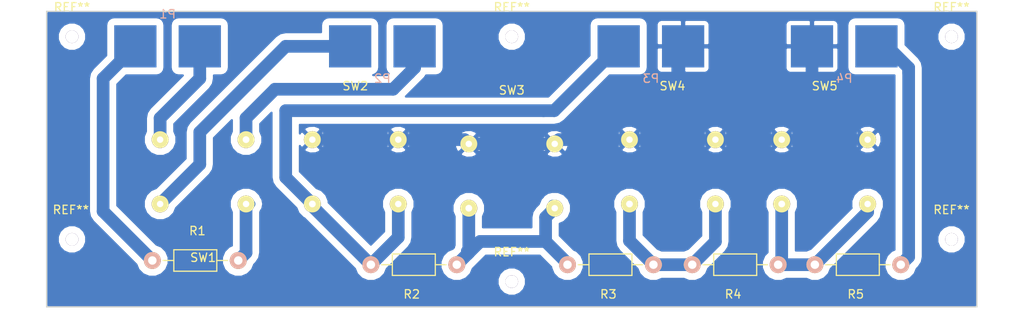
<source format=kicad_pcb>
(kicad_pcb (version 4) (host pcbnew 4.0.1-stable)

  (general
    (links 27)
    (no_connects 0)
    (area 93.736917 97.77488 216.331203 137.17418)
    (thickness 1.6)
    (drawings 4)
    (tracks 70)
    (zones 0)
    (modules 20)
    (nets 12)
  )

  (page A4)
  (title_block
    (title "Buttons board")
    (date 2016-03-18)
    (rev 1.0)
    (company "Manuel Bouyer")
  )

  (layers
    (0 F.Cu signal)
    (31 B.Cu signal)
    (32 B.Adhes user)
    (33 F.Adhes user)
    (34 B.Paste user)
    (35 F.Paste user)
    (36 B.SilkS user)
    (37 F.SilkS user)
    (38 B.Mask user)
    (39 F.Mask user)
    (40 Dwgs.User user)
    (41 Cmts.User user)
    (42 Eco1.User user)
    (43 Eco2.User user)
    (44 Edge.Cuts user)
    (45 Margin user)
    (46 B.CrtYd user)
    (47 F.CrtYd user)
    (48 B.Fab user)
    (49 F.Fab user)
  )

  (setup
    (last_trace_width 1.5)
    (trace_clearance 0.8)
    (zone_clearance 0)
    (zone_45_only no)
    (trace_min 0.2)
    (segment_width 0.2)
    (edge_width 0.15)
    (via_size 2)
    (via_drill 0.8)
    (via_min_size 0.4)
    (via_min_drill 0.3)
    (uvia_size 0.3)
    (uvia_drill 0.1)
    (uvias_allowed no)
    (uvia_min_size 0.2)
    (uvia_min_drill 0.1)
    (pcb_text_width 0.3)
    (pcb_text_size 1.5 1.5)
    (mod_edge_width 0.15)
    (mod_text_size 1 1)
    (mod_text_width 0.15)
    (pad_size 1.5 1.5)
    (pad_drill 1.5)
    (pad_to_mask_clearance 0.2)
    (aux_axis_origin 0 0)
    (visible_elements 7FFFFFFF)
    (pcbplotparams
      (layerselection 0x00030_80000001)
      (usegerberextensions false)
      (excludeedgelayer true)
      (linewidth 0.100000)
      (plotframeref false)
      (viasonmask false)
      (mode 1)
      (useauxorigin false)
      (hpglpennumber 1)
      (hpglpenspeed 20)
      (hpglpendiameter 15)
      (hpglpenoverlay 2)
      (psnegative false)
      (psa4output false)
      (plotreference true)
      (plotvalue true)
      (plotinvisibletext false)
      (padsonsilk false)
      (subtractmaskfromsilk false)
      (outputformat 1)
      (mirror false)
      (drillshape 1)
      (scaleselection 1)
      (outputdirectory ""))
  )

  (net 0 "")
  (net 1 "Net-(P1-Pad1)")
  (net 2 "Net-(P1-Pad2)")
  (net 3 "Net-(P2-Pad1)")
  (net 4 "Net-(P2-Pad2)")
  (net 5 "Net-(P3-Pad2)")
  (net 6 "Net-(P4-Pad1)")
  (net 7 "Net-(R1-Pad2)")
  (net 8 "Net-(R2-Pad1)")
  (net 9 "Net-(R3-Pad1)")
  (net 10 "Net-(R4-Pad1)")
  (net 11 GND)

  (net_class Default "This is the default net class."
    (clearance 0.8)
    (trace_width 1.5)
    (via_dia 2)
    (via_drill 0.8)
    (uvia_dia 0.3)
    (uvia_drill 0.1)
    (add_net GND)
    (add_net "Net-(P1-Pad1)")
    (add_net "Net-(P1-Pad2)")
    (add_net "Net-(P2-Pad1)")
    (add_net "Net-(P2-Pad2)")
    (add_net "Net-(P3-Pad2)")
    (add_net "Net-(P4-Pad1)")
    (add_net "Net-(R1-Pad2)")
    (add_net "Net-(R2-Pad1)")
    (add_net "Net-(R3-Pad1)")
    (add_net "Net-(R4-Pad1)")
  )

  (module local:5G-1US (layer F.Cu) (tedit 56D56F60) (tstamp 56D57347)
    (at 155 119.5 180)
    (path /56DDA3F4)
    (fp_text reference SW3 (at 0 10.16 180) (layer F.SilkS)
      (effects (font (size 1 1) (thickness 0.15)))
    )
    (fp_text value 5G (at 0 -10.16 180) (layer F.Fab)
      (effects (font (size 1 1) (thickness 0.15)))
    )
    (fp_line (start -5.08 3.81) (end -2.54 3.81) (layer F.CrtYd) (width 0.15))
    (fp_line (start -2.54 3.81) (end -2.54 1.27) (layer F.CrtYd) (width 0.15))
    (fp_line (start -2.54 1.27) (end 1.27 2.54) (layer F.CrtYd) (width 0.15))
    (fp_line (start 5.08 -3.81) (end 5.08 1.27) (layer F.CrtYd) (width 0.15))
    (fp_line (start 5.08 1.27) (end 1.27 1.27) (layer F.CrtYd) (width 0.15))
    (fp_line (start 1.27 -1.27) (end 2.54 -1.27) (layer F.CrtYd) (width 0.15))
    (fp_line (start 2.54 -1.27) (end 2.54 3.81) (layer F.CrtYd) (width 0.15))
    (fp_line (start 2.54 3.81) (end 5.08 3.81) (layer F.CrtYd) (width 0.15))
    (fp_line (start 0 -1.27) (end 1.27 0) (layer F.CrtYd) (width 0.15))
    (fp_line (start 0 -1.27) (end 1.27 -2.54) (layer F.CrtYd) (width 0.15))
    (fp_line (start 1.27 -2.54) (end 1.27 0) (layer F.CrtYd) (width 0.15))
    (fp_line (start 0 0) (end 0 -1.27) (layer F.CrtYd) (width 0.15))
    (fp_line (start -5.08 -3.81) (end -1.27 -3.81) (layer F.CrtYd) (width 0.15))
    (fp_line (start -1.27 -3.81) (end -1.27 -1.27) (layer F.CrtYd) (width 0.15))
    (fp_line (start -1.27 -1.27) (end 0 -1.27) (layer F.CrtYd) (width 0.15))
    (fp_line (start 0 -1.27) (end 0 -2.54) (layer F.CrtYd) (width 0.15))
    (fp_circle (center 0 0) (end 6 0) (layer Dwgs.User) (width 0.15))
    (fp_line (start 5.08 -5.08) (end -5.08 -5.08) (layer Dwgs.User) (width 0.15))
    (fp_line (start -5.08 -5.08) (end -5.08 5.08) (layer Dwgs.User) (width 0.15))
    (fp_line (start -5.08 5.08) (end 5.08 5.08) (layer Dwgs.User) (width 0.15))
    (fp_line (start 5.08 5.08) (end 5.08 -5.08) (layer Dwgs.User) (width 0.15))
    (fp_circle (center 0 0) (end 8.75 0) (layer Dwgs.User) (width 0.15))
    (fp_circle (center 0 0) (end 5.3 0) (layer Dwgs.User) (width 0.15))
    (pad 1 thru_hole circle (at 5.08 -3.81 180) (size 2 2) (drill 0.8) (layers *.Cu *.Mask F.SilkS)
      (net 8 "Net-(R2-Pad1)"))
    (pad 2 thru_hole circle (at -5.08 -3.81 180) (size 2 2) (drill 0.762) (layers *.Cu *.Mask F.SilkS)
      (net 8 "Net-(R2-Pad1)"))
    (pad 3 thru_hole circle (at 5.08 3.81 180) (size 2 2) (drill 0.762) (layers *.Cu *.Mask F.SilkS)
      (net 11 GND))
    (pad 4 thru_hole circle (at -5.08 3.81 180) (size 2 2) (drill 0.762) (layers *.Cu *.Mask F.SilkS)
      (net 11 GND))
  )

  (module Resistors_ThroughHole:Resistor_Horizontal_RM10mm (layer F.Cu) (tedit 56648415) (tstamp 56D572AA)
    (at 112.5 129.5)
    (descr "Resistor, Axial,  RM 10mm, 1/3W")
    (tags "Resistor Axial RM 10mm 1/3W")
    (path /56DDA3FA)
    (fp_text reference R1 (at 5.32892 -3.50012) (layer F.SilkS)
      (effects (font (size 1 1) (thickness 0.15)))
    )
    (fp_text value 330 (at 5.08 3.81) (layer F.Fab)
      (effects (font (size 1 1) (thickness 0.15)))
    )
    (fp_line (start -1.25 -1.5) (end 11.4 -1.5) (layer F.CrtYd) (width 0.05))
    (fp_line (start -1.25 1.5) (end -1.25 -1.5) (layer F.CrtYd) (width 0.05))
    (fp_line (start 11.4 -1.5) (end 11.4 1.5) (layer F.CrtYd) (width 0.05))
    (fp_line (start -1.25 1.5) (end 11.4 1.5) (layer F.CrtYd) (width 0.05))
    (fp_line (start 2.54 -1.27) (end 7.62 -1.27) (layer F.SilkS) (width 0.15))
    (fp_line (start 7.62 -1.27) (end 7.62 1.27) (layer F.SilkS) (width 0.15))
    (fp_line (start 7.62 1.27) (end 2.54 1.27) (layer F.SilkS) (width 0.15))
    (fp_line (start 2.54 1.27) (end 2.54 -1.27) (layer F.SilkS) (width 0.15))
    (fp_line (start 2.54 0) (end 1.27 0) (layer F.SilkS) (width 0.15))
    (fp_line (start 7.62 0) (end 8.89 0) (layer F.SilkS) (width 0.15))
    (pad 1 thru_hole circle (at 0 0) (size 1.99898 1.99898) (drill 1.00076) (layers *.Cu *.SilkS *.Mask)
      (net 1 "Net-(P1-Pad1)"))
    (pad 2 thru_hole circle (at 10.16 0) (size 1.99898 1.99898) (drill 1.00076) (layers *.Cu *.SilkS *.Mask)
      (net 7 "Net-(R1-Pad2)"))
    (model Resistors_ThroughHole.3dshapes/Resistor_Horizontal_RM10mm.wrl
      (at (xyz 0.2 0 0))
      (scale (xyz 0.4 0.4 0.4))
      (rotate (xyz 0 0 0))
    )
  )

  (module Resistors_ThroughHole:Resistor_Horizontal_RM10mm (layer F.Cu) (tedit 56648415) (tstamp 56D572BA)
    (at 148.5 130 180)
    (descr "Resistor, Axial,  RM 10mm, 1/3W")
    (tags "Resistor Axial RM 10mm 1/3W")
    (path /56DDA3FE)
    (fp_text reference R2 (at 5.32892 -3.50012 180) (layer F.SilkS)
      (effects (font (size 1 1) (thickness 0.15)))
    )
    (fp_text value 11K (at 5.08 3.81 180) (layer F.Fab)
      (effects (font (size 1 1) (thickness 0.15)))
    )
    (fp_line (start -1.25 -1.5) (end 11.4 -1.5) (layer F.CrtYd) (width 0.05))
    (fp_line (start -1.25 1.5) (end -1.25 -1.5) (layer F.CrtYd) (width 0.05))
    (fp_line (start 11.4 -1.5) (end 11.4 1.5) (layer F.CrtYd) (width 0.05))
    (fp_line (start -1.25 1.5) (end 11.4 1.5) (layer F.CrtYd) (width 0.05))
    (fp_line (start 2.54 -1.27) (end 7.62 -1.27) (layer F.SilkS) (width 0.15))
    (fp_line (start 7.62 -1.27) (end 7.62 1.27) (layer F.SilkS) (width 0.15))
    (fp_line (start 7.62 1.27) (end 2.54 1.27) (layer F.SilkS) (width 0.15))
    (fp_line (start 2.54 1.27) (end 2.54 -1.27) (layer F.SilkS) (width 0.15))
    (fp_line (start 2.54 0) (end 1.27 0) (layer F.SilkS) (width 0.15))
    (fp_line (start 7.62 0) (end 8.89 0) (layer F.SilkS) (width 0.15))
    (pad 1 thru_hole circle (at 0 0 180) (size 1.99898 1.99898) (drill 1.00076) (layers *.Cu *.SilkS *.Mask)
      (net 8 "Net-(R2-Pad1)"))
    (pad 2 thru_hole circle (at 10.16 0 180) (size 1.99898 1.99898) (drill 1.00076) (layers *.Cu *.SilkS *.Mask)
      (net 5 "Net-(P3-Pad2)"))
    (model Resistors_ThroughHole.3dshapes/Resistor_Horizontal_RM10mm.wrl
      (at (xyz 0.2 0 0))
      (scale (xyz 0.4 0.4 0.4))
      (rotate (xyz 0 0 0))
    )
  )

  (module Resistors_ThroughHole:Resistor_Horizontal_RM10mm (layer F.Cu) (tedit 56648415) (tstamp 56D572CA)
    (at 171.75 130 180)
    (descr "Resistor, Axial,  RM 10mm, 1/3W")
    (tags "Resistor Axial RM 10mm 1/3W")
    (path /56DDA3FD)
    (fp_text reference R3 (at 5.32892 -3.50012 180) (layer F.SilkS)
      (effects (font (size 1 1) (thickness 0.15)))
    )
    (fp_text value 10K (at 5.08 3.81 180) (layer F.Fab)
      (effects (font (size 1 1) (thickness 0.15)))
    )
    (fp_line (start -1.25 -1.5) (end 11.4 -1.5) (layer F.CrtYd) (width 0.05))
    (fp_line (start -1.25 1.5) (end -1.25 -1.5) (layer F.CrtYd) (width 0.05))
    (fp_line (start 11.4 -1.5) (end 11.4 1.5) (layer F.CrtYd) (width 0.05))
    (fp_line (start -1.25 1.5) (end 11.4 1.5) (layer F.CrtYd) (width 0.05))
    (fp_line (start 2.54 -1.27) (end 7.62 -1.27) (layer F.SilkS) (width 0.15))
    (fp_line (start 7.62 -1.27) (end 7.62 1.27) (layer F.SilkS) (width 0.15))
    (fp_line (start 7.62 1.27) (end 2.54 1.27) (layer F.SilkS) (width 0.15))
    (fp_line (start 2.54 1.27) (end 2.54 -1.27) (layer F.SilkS) (width 0.15))
    (fp_line (start 2.54 0) (end 1.27 0) (layer F.SilkS) (width 0.15))
    (fp_line (start 7.62 0) (end 8.89 0) (layer F.SilkS) (width 0.15))
    (pad 1 thru_hole circle (at 0 0 180) (size 1.99898 1.99898) (drill 1.00076) (layers *.Cu *.SilkS *.Mask)
      (net 9 "Net-(R3-Pad1)"))
    (pad 2 thru_hole circle (at 10.16 0 180) (size 1.99898 1.99898) (drill 1.00076) (layers *.Cu *.SilkS *.Mask)
      (net 8 "Net-(R2-Pad1)"))
    (model Resistors_ThroughHole.3dshapes/Resistor_Horizontal_RM10mm.wrl
      (at (xyz 0.2 0 0))
      (scale (xyz 0.4 0.4 0.4))
      (rotate (xyz 0 0 0))
    )
  )

  (module Resistors_ThroughHole:Resistor_Horizontal_RM10mm (layer F.Cu) (tedit 56648415) (tstamp 56D572DA)
    (at 186.5 130 180)
    (descr "Resistor, Axial,  RM 10mm, 1/3W")
    (tags "Resistor Axial RM 10mm 1/3W")
    (path /56DDA3FC)
    (fp_text reference R4 (at 5.32892 -3.50012 180) (layer F.SilkS)
      (effects (font (size 1 1) (thickness 0.15)))
    )
    (fp_text value 8.2K (at 5.08 3.81 180) (layer F.Fab)
      (effects (font (size 1 1) (thickness 0.15)))
    )
    (fp_line (start -1.25 -1.5) (end 11.4 -1.5) (layer F.CrtYd) (width 0.05))
    (fp_line (start -1.25 1.5) (end -1.25 -1.5) (layer F.CrtYd) (width 0.05))
    (fp_line (start 11.4 -1.5) (end 11.4 1.5) (layer F.CrtYd) (width 0.05))
    (fp_line (start -1.25 1.5) (end 11.4 1.5) (layer F.CrtYd) (width 0.05))
    (fp_line (start 2.54 -1.27) (end 7.62 -1.27) (layer F.SilkS) (width 0.15))
    (fp_line (start 7.62 -1.27) (end 7.62 1.27) (layer F.SilkS) (width 0.15))
    (fp_line (start 7.62 1.27) (end 2.54 1.27) (layer F.SilkS) (width 0.15))
    (fp_line (start 2.54 1.27) (end 2.54 -1.27) (layer F.SilkS) (width 0.15))
    (fp_line (start 2.54 0) (end 1.27 0) (layer F.SilkS) (width 0.15))
    (fp_line (start 7.62 0) (end 8.89 0) (layer F.SilkS) (width 0.15))
    (pad 1 thru_hole circle (at 0 0 180) (size 1.99898 1.99898) (drill 1.00076) (layers *.Cu *.SilkS *.Mask)
      (net 10 "Net-(R4-Pad1)"))
    (pad 2 thru_hole circle (at 10.16 0 180) (size 1.99898 1.99898) (drill 1.00076) (layers *.Cu *.SilkS *.Mask)
      (net 9 "Net-(R3-Pad1)"))
    (model Resistors_ThroughHole.3dshapes/Resistor_Horizontal_RM10mm.wrl
      (at (xyz 0.2 0 0))
      (scale (xyz 0.4 0.4 0.4))
      (rotate (xyz 0 0 0))
    )
  )

  (module Resistors_ThroughHole:Resistor_Horizontal_RM10mm (layer F.Cu) (tedit 56648415) (tstamp 56D572EA)
    (at 201 130 180)
    (descr "Resistor, Axial,  RM 10mm, 1/3W")
    (tags "Resistor Axial RM 10mm 1/3W")
    (path /56DDA3FB)
    (fp_text reference R5 (at 5.32892 -3.50012 180) (layer F.SilkS)
      (effects (font (size 1 1) (thickness 0.15)))
    )
    (fp_text value 6.8K (at 5.08 3.81 180) (layer F.Fab)
      (effects (font (size 1 1) (thickness 0.15)))
    )
    (fp_line (start -1.25 -1.5) (end 11.4 -1.5) (layer F.CrtYd) (width 0.05))
    (fp_line (start -1.25 1.5) (end -1.25 -1.5) (layer F.CrtYd) (width 0.05))
    (fp_line (start 11.4 -1.5) (end 11.4 1.5) (layer F.CrtYd) (width 0.05))
    (fp_line (start -1.25 1.5) (end 11.4 1.5) (layer F.CrtYd) (width 0.05))
    (fp_line (start 2.54 -1.27) (end 7.62 -1.27) (layer F.SilkS) (width 0.15))
    (fp_line (start 7.62 -1.27) (end 7.62 1.27) (layer F.SilkS) (width 0.15))
    (fp_line (start 7.62 1.27) (end 2.54 1.27) (layer F.SilkS) (width 0.15))
    (fp_line (start 2.54 1.27) (end 2.54 -1.27) (layer F.SilkS) (width 0.15))
    (fp_line (start 2.54 0) (end 1.27 0) (layer F.SilkS) (width 0.15))
    (fp_line (start 7.62 0) (end 8.89 0) (layer F.SilkS) (width 0.15))
    (pad 1 thru_hole circle (at 0 0 180) (size 1.99898 1.99898) (drill 1.00076) (layers *.Cu *.SilkS *.Mask)
      (net 6 "Net-(P4-Pad1)"))
    (pad 2 thru_hole circle (at 10.16 0 180) (size 1.99898 1.99898) (drill 1.00076) (layers *.Cu *.SilkS *.Mask)
      (net 10 "Net-(R4-Pad1)"))
    (model Resistors_ThroughHole.3dshapes/Resistor_Horizontal_RM10mm.wrl
      (at (xyz 0.2 0 0))
      (scale (xyz 0.4 0.4 0.4))
      (rotate (xyz 0 0 0))
    )
  )

  (module local:5G-1US (layer F.Cu) (tedit 56D56F60) (tstamp 56D57309)
    (at 118.5 119)
    (path /56DDA3F2)
    (fp_text reference SW1 (at 0 10.16) (layer F.SilkS)
      (effects (font (size 1 1) (thickness 0.15)))
    )
    (fp_text value 5G+LED (at 0 -10.16) (layer F.Fab)
      (effects (font (size 1 1) (thickness 0.15)))
    )
    (fp_line (start -5.08 3.81) (end -2.54 3.81) (layer F.CrtYd) (width 0.15))
    (fp_line (start -2.54 3.81) (end -2.54 1.27) (layer F.CrtYd) (width 0.15))
    (fp_line (start -2.54 1.27) (end 1.27 2.54) (layer F.CrtYd) (width 0.15))
    (fp_line (start 5.08 -3.81) (end 5.08 1.27) (layer F.CrtYd) (width 0.15))
    (fp_line (start 5.08 1.27) (end 1.27 1.27) (layer F.CrtYd) (width 0.15))
    (fp_line (start 1.27 -1.27) (end 2.54 -1.27) (layer F.CrtYd) (width 0.15))
    (fp_line (start 2.54 -1.27) (end 2.54 3.81) (layer F.CrtYd) (width 0.15))
    (fp_line (start 2.54 3.81) (end 5.08 3.81) (layer F.CrtYd) (width 0.15))
    (fp_line (start 0 -1.27) (end 1.27 0) (layer F.CrtYd) (width 0.15))
    (fp_line (start 0 -1.27) (end 1.27 -2.54) (layer F.CrtYd) (width 0.15))
    (fp_line (start 1.27 -2.54) (end 1.27 0) (layer F.CrtYd) (width 0.15))
    (fp_line (start 0 0) (end 0 -1.27) (layer F.CrtYd) (width 0.15))
    (fp_line (start -5.08 -3.81) (end -1.27 -3.81) (layer F.CrtYd) (width 0.15))
    (fp_line (start -1.27 -3.81) (end -1.27 -1.27) (layer F.CrtYd) (width 0.15))
    (fp_line (start -1.27 -1.27) (end 0 -1.27) (layer F.CrtYd) (width 0.15))
    (fp_line (start 0 -1.27) (end 0 -2.54) (layer F.CrtYd) (width 0.15))
    (fp_circle (center 0 0) (end 6 0) (layer Dwgs.User) (width 0.15))
    (fp_line (start 5.08 -5.08) (end -5.08 -5.08) (layer Dwgs.User) (width 0.15))
    (fp_line (start -5.08 -5.08) (end -5.08 5.08) (layer Dwgs.User) (width 0.15))
    (fp_line (start -5.08 5.08) (end 5.08 5.08) (layer Dwgs.User) (width 0.15))
    (fp_line (start 5.08 5.08) (end 5.08 -5.08) (layer Dwgs.User) (width 0.15))
    (fp_circle (center 0 0) (end 8.75 0) (layer Dwgs.User) (width 0.15))
    (fp_circle (center 0 0) (end 5.3 0) (layer Dwgs.User) (width 0.15))
    (pad 1 thru_hole circle (at 5.08 -3.81) (size 2 2) (drill 0.8) (layers *.Cu *.Mask F.SilkS)
      (net 3 "Net-(P2-Pad1)"))
    (pad 2 thru_hole circle (at -5.08 -3.81) (size 2 2) (drill 0.762) (layers *.Cu *.Mask F.SilkS)
      (net 2 "Net-(P1-Pad2)"))
    (pad 3 thru_hole circle (at 5.08 3.81) (size 2 2) (drill 0.762) (layers *.Cu *.Mask F.SilkS)
      (net 7 "Net-(R1-Pad2)"))
    (pad 4 thru_hole circle (at -5.08 3.81) (size 2 2) (drill 0.762) (layers *.Cu *.Mask F.SilkS)
      (net 4 "Net-(P2-Pad2)"))
  )

  (module local:5G-1US (layer F.Cu) (tedit 56D56F60) (tstamp 56D57328)
    (at 136.5 119 180)
    (path /56DDA3F3)
    (fp_text reference SW2 (at 0 10.16 180) (layer F.SilkS)
      (effects (font (size 1 1) (thickness 0.15)))
    )
    (fp_text value 5G (at 0 -10.16 180) (layer F.Fab)
      (effects (font (size 1 1) (thickness 0.15)))
    )
    (fp_line (start -5.08 3.81) (end -2.54 3.81) (layer F.CrtYd) (width 0.15))
    (fp_line (start -2.54 3.81) (end -2.54 1.27) (layer F.CrtYd) (width 0.15))
    (fp_line (start -2.54 1.27) (end 1.27 2.54) (layer F.CrtYd) (width 0.15))
    (fp_line (start 5.08 -3.81) (end 5.08 1.27) (layer F.CrtYd) (width 0.15))
    (fp_line (start 5.08 1.27) (end 1.27 1.27) (layer F.CrtYd) (width 0.15))
    (fp_line (start 1.27 -1.27) (end 2.54 -1.27) (layer F.CrtYd) (width 0.15))
    (fp_line (start 2.54 -1.27) (end 2.54 3.81) (layer F.CrtYd) (width 0.15))
    (fp_line (start 2.54 3.81) (end 5.08 3.81) (layer F.CrtYd) (width 0.15))
    (fp_line (start 0 -1.27) (end 1.27 0) (layer F.CrtYd) (width 0.15))
    (fp_line (start 0 -1.27) (end 1.27 -2.54) (layer F.CrtYd) (width 0.15))
    (fp_line (start 1.27 -2.54) (end 1.27 0) (layer F.CrtYd) (width 0.15))
    (fp_line (start 0 0) (end 0 -1.27) (layer F.CrtYd) (width 0.15))
    (fp_line (start -5.08 -3.81) (end -1.27 -3.81) (layer F.CrtYd) (width 0.15))
    (fp_line (start -1.27 -3.81) (end -1.27 -1.27) (layer F.CrtYd) (width 0.15))
    (fp_line (start -1.27 -1.27) (end 0 -1.27) (layer F.CrtYd) (width 0.15))
    (fp_line (start 0 -1.27) (end 0 -2.54) (layer F.CrtYd) (width 0.15))
    (fp_circle (center 0 0) (end 6 0) (layer Dwgs.User) (width 0.15))
    (fp_line (start 5.08 -5.08) (end -5.08 -5.08) (layer Dwgs.User) (width 0.15))
    (fp_line (start -5.08 -5.08) (end -5.08 5.08) (layer Dwgs.User) (width 0.15))
    (fp_line (start -5.08 5.08) (end 5.08 5.08) (layer Dwgs.User) (width 0.15))
    (fp_line (start 5.08 5.08) (end 5.08 -5.08) (layer Dwgs.User) (width 0.15))
    (fp_circle (center 0 0) (end 8.75 0) (layer Dwgs.User) (width 0.15))
    (fp_circle (center 0 0) (end 5.3 0) (layer Dwgs.User) (width 0.15))
    (pad 1 thru_hole circle (at 5.08 -3.81 180) (size 2 2) (drill 0.8) (layers *.Cu *.Mask F.SilkS)
      (net 5 "Net-(P3-Pad2)"))
    (pad 2 thru_hole circle (at -5.08 -3.81 180) (size 2 2) (drill 0.762) (layers *.Cu *.Mask F.SilkS)
      (net 5 "Net-(P3-Pad2)"))
    (pad 3 thru_hole circle (at 5.08 3.81 180) (size 2 2) (drill 0.762) (layers *.Cu *.Mask F.SilkS)
      (net 11 GND))
    (pad 4 thru_hole circle (at -5.08 3.81 180) (size 2 2) (drill 0.762) (layers *.Cu *.Mask F.SilkS)
      (net 11 GND))
  )

  (module local:5G-1US (layer F.Cu) (tedit 56D56F60) (tstamp 56D57366)
    (at 174 119 180)
    (path /56DDA3F5)
    (fp_text reference SW4 (at 0 10.16 180) (layer F.SilkS)
      (effects (font (size 1 1) (thickness 0.15)))
    )
    (fp_text value 5G (at 0 -10.16 180) (layer F.Fab)
      (effects (font (size 1 1) (thickness 0.15)))
    )
    (fp_line (start -5.08 3.81) (end -2.54 3.81) (layer F.CrtYd) (width 0.15))
    (fp_line (start -2.54 3.81) (end -2.54 1.27) (layer F.CrtYd) (width 0.15))
    (fp_line (start -2.54 1.27) (end 1.27 2.54) (layer F.CrtYd) (width 0.15))
    (fp_line (start 5.08 -3.81) (end 5.08 1.27) (layer F.CrtYd) (width 0.15))
    (fp_line (start 5.08 1.27) (end 1.27 1.27) (layer F.CrtYd) (width 0.15))
    (fp_line (start 1.27 -1.27) (end 2.54 -1.27) (layer F.CrtYd) (width 0.15))
    (fp_line (start 2.54 -1.27) (end 2.54 3.81) (layer F.CrtYd) (width 0.15))
    (fp_line (start 2.54 3.81) (end 5.08 3.81) (layer F.CrtYd) (width 0.15))
    (fp_line (start 0 -1.27) (end 1.27 0) (layer F.CrtYd) (width 0.15))
    (fp_line (start 0 -1.27) (end 1.27 -2.54) (layer F.CrtYd) (width 0.15))
    (fp_line (start 1.27 -2.54) (end 1.27 0) (layer F.CrtYd) (width 0.15))
    (fp_line (start 0 0) (end 0 -1.27) (layer F.CrtYd) (width 0.15))
    (fp_line (start -5.08 -3.81) (end -1.27 -3.81) (layer F.CrtYd) (width 0.15))
    (fp_line (start -1.27 -3.81) (end -1.27 -1.27) (layer F.CrtYd) (width 0.15))
    (fp_line (start -1.27 -1.27) (end 0 -1.27) (layer F.CrtYd) (width 0.15))
    (fp_line (start 0 -1.27) (end 0 -2.54) (layer F.CrtYd) (width 0.15))
    (fp_circle (center 0 0) (end 6 0) (layer Dwgs.User) (width 0.15))
    (fp_line (start 5.08 -5.08) (end -5.08 -5.08) (layer Dwgs.User) (width 0.15))
    (fp_line (start -5.08 -5.08) (end -5.08 5.08) (layer Dwgs.User) (width 0.15))
    (fp_line (start -5.08 5.08) (end 5.08 5.08) (layer Dwgs.User) (width 0.15))
    (fp_line (start 5.08 5.08) (end 5.08 -5.08) (layer Dwgs.User) (width 0.15))
    (fp_circle (center 0 0) (end 8.75 0) (layer Dwgs.User) (width 0.15))
    (fp_circle (center 0 0) (end 5.3 0) (layer Dwgs.User) (width 0.15))
    (pad 1 thru_hole circle (at 5.08 -3.81 180) (size 2 2) (drill 0.8) (layers *.Cu *.Mask F.SilkS)
      (net 9 "Net-(R3-Pad1)"))
    (pad 2 thru_hole circle (at -5.08 -3.81 180) (size 2 2) (drill 0.762) (layers *.Cu *.Mask F.SilkS)
      (net 9 "Net-(R3-Pad1)"))
    (pad 3 thru_hole circle (at 5.08 3.81 180) (size 2 2) (drill 0.762) (layers *.Cu *.Mask F.SilkS)
      (net 11 GND))
    (pad 4 thru_hole circle (at -5.08 3.81 180) (size 2 2) (drill 0.762) (layers *.Cu *.Mask F.SilkS)
      (net 11 GND))
  )

  (module local:5G-1US (layer F.Cu) (tedit 56D56F60) (tstamp 56D57385)
    (at 192 119 180)
    (path /56DDA3F6)
    (fp_text reference SW5 (at 0 10.16 180) (layer F.SilkS)
      (effects (font (size 1 1) (thickness 0.15)))
    )
    (fp_text value 5G (at 0 -10.16 180) (layer F.Fab)
      (effects (font (size 1 1) (thickness 0.15)))
    )
    (fp_line (start -5.08 3.81) (end -2.54 3.81) (layer F.CrtYd) (width 0.15))
    (fp_line (start -2.54 3.81) (end -2.54 1.27) (layer F.CrtYd) (width 0.15))
    (fp_line (start -2.54 1.27) (end 1.27 2.54) (layer F.CrtYd) (width 0.15))
    (fp_line (start 5.08 -3.81) (end 5.08 1.27) (layer F.CrtYd) (width 0.15))
    (fp_line (start 5.08 1.27) (end 1.27 1.27) (layer F.CrtYd) (width 0.15))
    (fp_line (start 1.27 -1.27) (end 2.54 -1.27) (layer F.CrtYd) (width 0.15))
    (fp_line (start 2.54 -1.27) (end 2.54 3.81) (layer F.CrtYd) (width 0.15))
    (fp_line (start 2.54 3.81) (end 5.08 3.81) (layer F.CrtYd) (width 0.15))
    (fp_line (start 0 -1.27) (end 1.27 0) (layer F.CrtYd) (width 0.15))
    (fp_line (start 0 -1.27) (end 1.27 -2.54) (layer F.CrtYd) (width 0.15))
    (fp_line (start 1.27 -2.54) (end 1.27 0) (layer F.CrtYd) (width 0.15))
    (fp_line (start 0 0) (end 0 -1.27) (layer F.CrtYd) (width 0.15))
    (fp_line (start -5.08 -3.81) (end -1.27 -3.81) (layer F.CrtYd) (width 0.15))
    (fp_line (start -1.27 -3.81) (end -1.27 -1.27) (layer F.CrtYd) (width 0.15))
    (fp_line (start -1.27 -1.27) (end 0 -1.27) (layer F.CrtYd) (width 0.15))
    (fp_line (start 0 -1.27) (end 0 -2.54) (layer F.CrtYd) (width 0.15))
    (fp_circle (center 0 0) (end 6 0) (layer Dwgs.User) (width 0.15))
    (fp_line (start 5.08 -5.08) (end -5.08 -5.08) (layer Dwgs.User) (width 0.15))
    (fp_line (start -5.08 -5.08) (end -5.08 5.08) (layer Dwgs.User) (width 0.15))
    (fp_line (start -5.08 5.08) (end 5.08 5.08) (layer Dwgs.User) (width 0.15))
    (fp_line (start 5.08 5.08) (end 5.08 -5.08) (layer Dwgs.User) (width 0.15))
    (fp_circle (center 0 0) (end 8.75 0) (layer Dwgs.User) (width 0.15))
    (fp_circle (center 0 0) (end 5.3 0) (layer Dwgs.User) (width 0.15))
    (pad 1 thru_hole circle (at 5.08 -3.81 180) (size 2 2) (drill 0.8) (layers *.Cu *.Mask F.SilkS)
      (net 10 "Net-(R4-Pad1)"))
    (pad 2 thru_hole circle (at -5.08 -3.81 180) (size 2 2) (drill 0.762) (layers *.Cu *.Mask F.SilkS)
      (net 10 "Net-(R4-Pad1)"))
    (pad 3 thru_hole circle (at 5.08 3.81 180) (size 2 2) (drill 0.762) (layers *.Cu *.Mask F.SilkS)
      (net 11 GND))
    (pad 4 thru_hole circle (at -5.08 3.81 180) (size 2 2) (drill 0.762) (layers *.Cu *.Mask F.SilkS)
      (net 11 GND))
  )

  (module local:MountingHole_dia3mm (layer F.Cu) (tedit 56B0EE0D) (tstamp 56D57792)
    (at 207 103)
    (descr "Mounting hole, Befestigungsbohrung, 2,5mm, No Annular, Kein Restring,")
    (tags "Mounting hole, Befestigungsbohrung, 2,5mm, No Annular, Kein Restring,")
    (fp_text reference REF** (at 0 -3.50012) (layer F.SilkS)
      (effects (font (size 1 1) (thickness 0.15)))
    )
    (fp_text value MountingHole_dia3mm (at 0.09906 3.59918) (layer F.Fab)
      (effects (font (size 1 1) (thickness 0.15)))
    )
    (fp_circle (center 0 0) (end 3 0) (layer Cmts.User) (width 0.381))
    (pad 1 thru_hole circle (at 0 0) (size 1.5 1.5) (drill 1.5) (layers *.Cu)
      (zone_connect 0))
  )

  (module local:MountingHole_dia3mm (layer F.Cu) (tedit 56DEC93A) (tstamp 56D5779D)
    (at 207 127)
    (descr "Mounting hole, Befestigungsbohrung, 2,5mm, No Annular, Kein Restring,")
    (tags "Mounting hole, Befestigungsbohrung, 2,5mm, No Annular, Kein Restring,")
    (fp_text reference REF** (at 0 -3.50012) (layer F.SilkS)
      (effects (font (size 1 1) (thickness 0.15)))
    )
    (fp_text value MountingHole_dia3mm (at 0.09906 3.59918) (layer F.Fab)
      (effects (font (size 1 1) (thickness 0.15)))
    )
    (fp_circle (center 0 0) (end 3 0) (layer Cmts.User) (width 0.381))
    (pad 1 thru_hole circle (at 0 0) (size 1.5 1.5) (drill 1.5) (layers *.Cu)
      (zone_connect 0))
  )

  (module local:MountingHole_dia3mm (layer F.Cu) (tedit 56DEC8C6) (tstamp 56D577A8)
    (at 102.87 127)
    (descr "Mounting hole, Befestigungsbohrung, 2,5mm, No Annular, Kein Restring,")
    (tags "Mounting hole, Befestigungsbohrung, 2,5mm, No Annular, Kein Restring,")
    (fp_text reference REF** (at 0 -3.50012) (layer F.SilkS)
      (effects (font (size 1 1) (thickness 0.15)))
    )
    (fp_text value MountingHole_dia3mm (at 0.09906 3.59918) (layer F.Fab)
      (effects (font (size 1 1) (thickness 0.15)))
    )
    (fp_circle (center 0 0) (end 3 0) (layer Cmts.User) (width 0.381))
    (pad 1 thru_hole circle (at 0.13 0) (size 1.5 1.5) (drill 1.5) (layers *.Cu)
      (zone_connect 0))
  )

  (module local:MountingHole_dia3mm (layer F.Cu) (tedit 56B0EE0D) (tstamp 56D577B3)
    (at 103 103)
    (descr "Mounting hole, Befestigungsbohrung, 2,5mm, No Annular, Kein Restring,")
    (tags "Mounting hole, Befestigungsbohrung, 2,5mm, No Annular, Kein Restring,")
    (fp_text reference REF** (at 0 -3.50012) (layer F.SilkS)
      (effects (font (size 1 1) (thickness 0.15)))
    )
    (fp_text value MountingHole_dia3mm (at 0.09906 3.59918) (layer F.Fab)
      (effects (font (size 1 1) (thickness 0.15)))
    )
    (fp_circle (center 0 0) (end 3 0) (layer Cmts.User) (width 0.381))
    (pad 1 thru_hole circle (at 0 0) (size 1.5 1.5) (drill 1.5) (layers *.Cu)
      (zone_connect 0))
  )

  (module local:MountingHole_dia3mm (layer F.Cu) (tedit 56B0EE0D) (tstamp 56D577BE)
    (at 155 103)
    (descr "Mounting hole, Befestigungsbohrung, 2,5mm, No Annular, Kein Restring,")
    (tags "Mounting hole, Befestigungsbohrung, 2,5mm, No Annular, Kein Restring,")
    (fp_text reference REF** (at 0 -3.50012) (layer F.SilkS)
      (effects (font (size 1 1) (thickness 0.15)))
    )
    (fp_text value MountingHole_dia3mm (at 0.09906 3.59918) (layer F.Fab)
      (effects (font (size 1 1) (thickness 0.15)))
    )
    (fp_circle (center 0 0) (end 3 0) (layer Cmts.User) (width 0.381))
    (pad 1 thru_hole circle (at 0 0) (size 1.5 1.5) (drill 1.5) (layers *.Cu)
      (zone_connect 0))
  )

  (module local:MountingHole_dia3mm (layer F.Cu) (tedit 56B0EE0D) (tstamp 56D577C9)
    (at 155 132)
    (descr "Mounting hole, Befestigungsbohrung, 2,5mm, No Annular, Kein Restring,")
    (tags "Mounting hole, Befestigungsbohrung, 2,5mm, No Annular, Kein Restring,")
    (fp_text reference REF** (at 0 -3.50012) (layer F.SilkS)
      (effects (font (size 1 1) (thickness 0.15)))
    )
    (fp_text value MountingHole_dia3mm (at 0.09906 3.59918) (layer F.Fab)
      (effects (font (size 1 1) (thickness 0.15)))
    )
    (fp_circle (center 0 0) (end 3 0) (layer Cmts.User) (width 0.381))
    (pad 1 thru_hole circle (at 0 0) (size 1.5 1.5) (drill 1.5) (layers *.Cu)
      (zone_connect 0))
  )

  (module local:solder_2x5mm (layer B.Cu) (tedit 56DDA250) (tstamp 56DDA960)
    (at 114.3 104.14)
    (path /56DDA3F8)
    (fp_text reference P1 (at 0 -3.81) (layer B.SilkS)
      (effects (font (size 1 1) (thickness 0.15)) (justify mirror))
    )
    (fp_text value CONN_01X02 (at 0 2.54) (layer B.Fab) hide
      (effects (font (size 1 1) (thickness 0.15)) (justify mirror))
    )
    (pad 2 connect rect (at 3.81 0) (size 5 5) (layers B.Cu B.Mask)
      (net 2 "Net-(P1-Pad2)"))
    (pad 1 connect rect (at -3.81 0) (size 5 5) (layers B.Cu B.Mask)
      (net 1 "Net-(P1-Pad1)"))
  )

  (module local:solder_2x5mm (layer B.Cu) (tedit 56DDA250) (tstamp 56DDA966)
    (at 139.7 104.14 180)
    (path /56DDA3F7)
    (fp_text reference P2 (at 0 -3.81 180) (layer B.SilkS)
      (effects (font (size 1 1) (thickness 0.15)) (justify mirror))
    )
    (fp_text value CONN_01X02 (at 0 2.54 180) (layer B.Fab) hide
      (effects (font (size 1 1) (thickness 0.15)) (justify mirror))
    )
    (pad 2 connect rect (at 3.81 0 180) (size 5 5) (layers B.Cu B.Mask)
      (net 4 "Net-(P2-Pad2)"))
    (pad 1 connect rect (at -3.81 0 180) (size 5 5) (layers B.Cu B.Mask)
      (net 3 "Net-(P2-Pad1)"))
  )

  (module local:solder_2x5mm (layer B.Cu) (tedit 56DDA250) (tstamp 56DDA96C)
    (at 171.45 104.14 180)
    (path /56DDA3FF)
    (fp_text reference P3 (at 0 -3.81 180) (layer B.SilkS)
      (effects (font (size 1 1) (thickness 0.15)) (justify mirror))
    )
    (fp_text value CONN_01X02 (at 0 2.54 180) (layer B.Fab) hide
      (effects (font (size 1 1) (thickness 0.15)) (justify mirror))
    )
    (pad 2 connect rect (at 3.81 0 180) (size 5 5) (layers B.Cu B.Mask)
      (net 5 "Net-(P3-Pad2)"))
    (pad 1 connect rect (at -3.81 0 180) (size 5 5) (layers B.Cu B.Mask)
      (net 11 GND))
  )

  (module local:solder_2x5mm (layer B.Cu) (tedit 56DDA250) (tstamp 56DDA972)
    (at 194.31 104.14 180)
    (path /56DDA3F9)
    (fp_text reference P4 (at 0 -3.81 180) (layer B.SilkS)
      (effects (font (size 1 1) (thickness 0.15)) (justify mirror))
    )
    (fp_text value CONN_01X02 (at 0 2.54 180) (layer B.Fab) hide
      (effects (font (size 1 1) (thickness 0.15)) (justify mirror))
    )
    (pad 2 connect rect (at 3.81 0 180) (size 5 5) (layers B.Cu B.Mask)
      (net 11 GND))
    (pad 1 connect rect (at -3.81 0 180) (size 5 5) (layers B.Cu B.Mask)
      (net 6 "Net-(P4-Pad1)"))
  )

  (gr_line (start 100 135) (end 100 100) (angle 90) (layer Edge.Cuts) (width 0.15))
  (gr_line (start 210 135) (end 100 135) (angle 90) (layer Edge.Cuts) (width 0.15))
  (gr_line (start 210 100) (end 210 135) (angle 90) (layer Edge.Cuts) (width 0.15))
  (gr_line (start 100 100) (end 210 100) (angle 90) (layer Edge.Cuts) (width 0.15))

  (segment (start 112.5 129.5) (end 106.68 123.68) (width 1.5) (layer B.Cu) (net 1))
  (segment (start 106.68 107.95) (end 110.49 104.14) (width 1.5) (layer B.Cu) (net 1) (tstamp 56DDAD3E))
  (segment (start 106.68 123.68) (end 106.68 107.95) (width 1.5) (layer B.Cu) (net 1) (tstamp 56DDAD3B))
  (segment (start 113.42 115.19) (end 113.42 112.64) (width 1.5) (layer B.Cu) (net 2))
  (segment (start 118.11 107.95) (end 118.11 104.14) (width 1.5) (layer B.Cu) (net 2) (tstamp 56DDAD2D))
  (segment (start 113.42 112.64) (end 118.11 107.95) (width 1.5) (layer B.Cu) (net 2) (tstamp 56DDAD2B))
  (segment (start 142.875 107.315) (end 143.51 106.68) (width 1.5) (layer B.Cu) (net 3))
  (segment (start 142.875 107.315) (end 140.97 109.22) (width 1.5) (layer B.Cu) (net 3) (tstamp 56DDAC38))
  (segment (start 140.97 109.22) (end 127 109.22) (width 1.5) (layer B.Cu) (net 3) (tstamp 56DDAC3A))
  (segment (start 123.58 115.19) (end 123.58 112.64) (width 1.5) (layer B.Cu) (net 3) (tstamp 56DDAC88))
  (segment (start 127 109.22) (end 123.58 112.64) (width 1.5) (layer B.Cu) (net 3))
  (segment (start 143.51 106.68) (end 143.51 104.14) (width 1.5) (layer B.Cu) (net 3) (tstamp 56DDACB4))
  (segment (start 135.89 104.14) (end 128.27 104.14) (width 1.5) (layer B.Cu) (net 4))
  (segment (start 118.11 118.12) (end 113.42 122.81) (width 1.5) (layer B.Cu) (net 4) (tstamp 56DDAD27))
  (segment (start 118.11 114.3) (end 118.11 118.12) (width 1.5) (layer B.Cu) (net 4) (tstamp 56DDAD23))
  (segment (start 128.27 104.14) (end 118.11 114.3) (width 1.5) (layer B.Cu) (net 4) (tstamp 56DDAD1C))
  (segment (start 167.64 104.14) (end 160.02 111.76) (width 1.5) (layer B.Cu) (net 5))
  (segment (start 128.27 119.66) (end 128.27 111.76) (width 1.5) (layer B.Cu) (net 5) (tstamp 56DDABF8))
  (segment (start 128.27 111.76) (end 158.75 111.76) (width 1.5) (layer B.Cu) (net 5) (tstamp 56DDAC06))
  (segment (start 128.27 119.66) (end 131.42 122.81) (width 1.5) (layer B.Cu) (net 5) (status 10))
  (segment (start 160.02 111.76) (end 158.75 111.76) (width 1.5) (layer B.Cu) (net 5) (tstamp 56DDAD0E))
  (segment (start 141.58 122.81) (end 141.58 126.76) (width 1.5) (layer B.Cu) (net 5) (status 10))
  (segment (start 141.58 126.76) (end 138.34 130) (width 1.5) (layer B.Cu) (net 5) (tstamp 56D72F2A) (status 20))
  (segment (start 131.42 122.81) (end 131.42 123.08) (width 1.5) (layer B.Cu) (net 5) (status 30))
  (segment (start 131.42 123.08) (end 138.34 130) (width 1.5) (layer B.Cu) (net 5) (tstamp 56D72C7F) (status 30))
  (segment (start 201.93 106.68) (end 199.39 104.14) (width 1.5) (layer B.Cu) (net 6))
  (segment (start 199.39 104.14) (end 198.12 104.14) (width 1.5) (layer B.Cu) (net 6) (tstamp 56DDACEF))
  (segment (start 201 130) (end 201.93 129.07) (width 1.5) (layer B.Cu) (net 6) (status 10))
  (segment (start 201.93 129.07) (end 201.93 106.68) (width 1.5) (layer B.Cu) (net 6) (tstamp 56DDABE5))
  (segment (start 201.93 106.68) (end 201.93 107.315) (width 1.5) (layer B.Cu) (net 6) (tstamp 56DDACED))
  (segment (start 123.58 122.81) (end 123.58 128.58) (width 1.5) (layer B.Cu) (net 7) (status 10))
  (segment (start 123.58 128.58) (end 122.66 129.5) (width 1.5) (layer B.Cu) (net 7) (tstamp 56D72CC2) (status 20))
  (segment (start 124.08 122.81) (end 124.19 122.81) (width 1) (layer B.Cu) (net 7) (status 30))
  (segment (start 160.08 123.31) (end 159 124.39) (width 1.5) (layer B.Cu) (net 8) (status 10))
  (segment (start 159 124.39) (end 159 127.25) (width 1.5) (layer B.Cu) (net 8) (tstamp 56D72F36))
  (segment (start 149.92 123.31) (end 149.92 128.58) (width 1.5) (layer B.Cu) (net 8) (status 10))
  (segment (start 149.75 128.41) (end 149.75 128.75) (width 1.5) (layer B.Cu) (net 8) (tstamp 56D72C7C))
  (segment (start 149.92 128.58) (end 149.75 128.41) (width 1.5) (layer B.Cu) (net 8) (tstamp 56D72C7A))
  (segment (start 161.59 130) (end 161.59 129.84) (width 1.5) (layer B.Cu) (net 8) (status 30))
  (segment (start 161.59 129.84) (end 159 127.25) (width 1.5) (layer B.Cu) (net 8) (tstamp 56D72C75) (status 10))
  (segment (start 159 127.25) (end 151.25 127.25) (width 1.5) (layer B.Cu) (net 8) (tstamp 56D72C76))
  (segment (start 151.25 127.25) (end 149.75 128.75) (width 1.5) (layer B.Cu) (net 8) (tstamp 56D72C77))
  (segment (start 149.75 128.75) (end 148.5 130) (width 1.5) (layer B.Cu) (net 8) (tstamp 56D72C7D) (status 20))
  (segment (start 160.08 122.81) (end 159.81 122.81) (width 1) (layer B.Cu) (net 8) (status 30))
  (segment (start 179.08 122.81) (end 179.08 127.26) (width 1.5) (layer B.Cu) (net 9) (status 10))
  (segment (start 179.08 127.26) (end 176.34 130) (width 1.5) (layer B.Cu) (net 9) (tstamp 56D72F41) (status 20))
  (segment (start 168.92 122.81) (end 168.92 127.17) (width 1.5) (layer B.Cu) (net 9) (status 10))
  (segment (start 168.92 127.17) (end 171.75 130) (width 1.5) (layer B.Cu) (net 9) (tstamp 56D72C72) (status 20))
  (segment (start 176.34 130) (end 171.75 130) (width 1.5) (layer B.Cu) (net 9) (status 30))
  (segment (start 197.08 122.81) (end 197.08 123.76) (width 1.5) (layer B.Cu) (net 10) (status 30))
  (segment (start 197.08 123.76) (end 190.84 130) (width 1.5) (layer B.Cu) (net 10) (tstamp 56D72F49) (status 30))
  (segment (start 186.92 122.81) (end 186.92 129.58) (width 1.5) (layer B.Cu) (net 10) (status 30))
  (segment (start 186.92 129.58) (end 186.5 130) (width 1.5) (layer B.Cu) (net 10) (tstamp 56D72C6D) (status 30))
  (segment (start 190.84 130) (end 186.5 130) (width 1.5) (layer B.Cu) (net 10) (status 30))
  (segment (start 175.26 104.14) (end 174.625 104.775) (width 1.5) (layer B.Cu) (net 11))
  (segment (start 174.625 104.775) (end 174.625 115.19) (width 1.5) (layer B.Cu) (net 11) (tstamp 56DDACFB))
  (segment (start 174.625 115.19) (end 174.625 114.935) (width 1.5) (layer B.Cu) (net 11) (tstamp 56DDABD8))
  (segment (start 190.5 104.14) (end 190.5 115.19) (width 1.5) (layer B.Cu) (net 11) (status 10))
  (segment (start 190.5 115.19) (end 190.5 114.935) (width 1.5) (layer B.Cu) (net 11) (tstamp 56DDABCF))
  (segment (start 149.92 115.69) (end 160.08 115.69) (width 1.5) (layer B.Cu) (net 11) (status 30))
  (segment (start 141.58 115.19) (end 131.42 115.19) (width 1.5) (layer B.Cu) (net 11) (status 30))
  (segment (start 149.92 115.69) (end 149.42 115.19) (width 1.5) (layer B.Cu) (net 11) (status 30))
  (segment (start 149.42 115.19) (end 141.58 115.19) (width 1.5) (layer B.Cu) (net 11) (tstamp 56DDABC2) (status 30))
  (segment (start 168.92 115.19) (end 160.58 115.19) (width 1.5) (layer B.Cu) (net 11) (status 30))
  (segment (start 160.58 115.19) (end 160.08 115.69) (width 1.5) (layer B.Cu) (net 11) (tstamp 56DDABBF) (status 30))
  (segment (start 179.08 115.19) (end 174.625 115.19) (width 1.5) (layer B.Cu) (net 11) (status 10))
  (segment (start 174.625 115.19) (end 168.92 115.19) (width 1.5) (layer B.Cu) (net 11) (tstamp 56DDABE0) (status 20))
  (segment (start 197.08 115.19) (end 190.5 115.19) (width 1.5) (layer B.Cu) (net 11) (status 10))
  (segment (start 190.5 115.19) (end 186.92 115.19) (width 1.5) (layer B.Cu) (net 11) (tstamp 56DDABD6) (status 20))
  (segment (start 186.92 115.19) (end 179.08 115.19) (width 1.5) (layer B.Cu) (net 11) (tstamp 56DDABAE) (status 30))

  (zone (net 11) (net_name GND) (layer B.Cu) (tstamp 56D579ED) (hatch edge 0.508)
    (connect_pads (clearance 0))
    (min_thickness 0.254)
    (fill yes (arc_segments 16) (thermal_gap 0.508) (thermal_bridge_width 0.508))
    (polygon
      (pts
        (xy 210 135) (xy 100 135) (xy 100 100) (xy 210 100) (xy 210 135)
      )
    )
    (filled_polygon
      (pts
        (xy 209.798 134.798) (xy 100.202 134.798) (xy 100.202 132.332112) (xy 153.32271 132.332112) (xy 153.57748 132.948703)
        (xy 154.048816 133.420862) (xy 154.664961 133.676708) (xy 155.332112 133.67729) (xy 155.948703 133.42252) (xy 156.420862 132.951184)
        (xy 156.676708 132.335039) (xy 156.67729 131.667888) (xy 156.42252 131.051297) (xy 155.951184 130.579138) (xy 155.335039 130.323292)
        (xy 154.667888 130.32271) (xy 154.051297 130.57748) (xy 153.579138 131.048816) (xy 153.323292 131.664961) (xy 153.32271 132.332112)
        (xy 100.202 132.332112) (xy 100.202 127.332112) (xy 101.32271 127.332112) (xy 101.57748 127.948703) (xy 102.048816 128.420862)
        (xy 102.664961 128.676708) (xy 103.332112 128.67729) (xy 103.948703 128.42252) (xy 104.420862 127.951184) (xy 104.676708 127.335039)
        (xy 104.67729 126.667888) (xy 104.42252 126.051297) (xy 103.951184 125.579138) (xy 103.335039 125.323292) (xy 102.667888 125.32271)
        (xy 102.051297 125.57748) (xy 101.579138 126.048816) (xy 101.323292 126.664961) (xy 101.32271 127.332112) (xy 100.202 127.332112)
        (xy 100.202 107.95) (xy 105.003 107.95) (xy 105.003 123.68) (xy 105.130654 124.32176) (xy 105.494182 124.865818)
        (xy 110.617741 129.989377) (xy 110.865849 130.589843) (xy 111.407306 131.132246) (xy 112.115116 131.426155) (xy 112.881521 131.426824)
        (xy 113.589843 131.134151) (xy 114.132246 130.592694) (xy 114.426155 129.884884) (xy 114.426157 129.881521) (xy 120.733176 129.881521)
        (xy 121.025849 130.589843) (xy 121.567306 131.132246) (xy 122.275116 131.426155) (xy 123.041521 131.426824) (xy 123.749843 131.134151)
        (xy 124.292246 130.592694) (xy 124.543125 129.988511) (xy 124.765818 129.765818) (xy 125.129346 129.221761) (xy 125.257 128.58)
        (xy 125.257 123.796244) (xy 125.327141 123.627325) (xy 125.508376 123.356089) (xy 125.617 122.81) (xy 125.508376 122.263911)
        (xy 125.327571 121.993317) (xy 125.214584 121.719868) (xy 124.672983 121.177322) (xy 123.964986 120.883335) (xy 123.198378 120.882666)
        (xy 122.489868 121.175416) (xy 121.947322 121.717017) (xy 121.653335 122.425014) (xy 121.652666 123.191622) (xy 121.903 123.797477)
        (xy 121.903 127.728321) (xy 121.570157 127.865849) (xy 121.027754 128.407306) (xy 120.733845 129.115116) (xy 120.733176 129.881521)
        (xy 114.426157 129.881521) (xy 114.426824 129.118479) (xy 114.134151 128.410157) (xy 113.592694 127.867754) (xy 112.988511 127.616875)
        (xy 108.563258 123.191622) (xy 111.492666 123.191622) (xy 111.785416 123.900132) (xy 112.327017 124.442678) (xy 113.035014 124.736665)
        (xy 113.801622 124.737334) (xy 114.510132 124.444584) (xy 115.052678 123.902983) (xy 115.30407 123.297566) (xy 119.295818 119.305818)
        (xy 119.659346 118.76176) (xy 119.787 118.12) (xy 119.787 114.994636) (xy 121.903 112.878636) (xy 121.903 114.203756)
        (xy 121.653335 114.805014) (xy 121.652666 115.571622) (xy 121.945416 116.280132) (xy 122.487017 116.822678) (xy 123.195014 117.116665)
        (xy 123.961622 117.117334) (xy 124.670132 116.824584) (xy 125.212678 116.282983) (xy 125.506665 115.574986) (xy 125.507334 114.808378)
        (xy 125.257 114.202523) (xy 125.257 113.334636) (xy 126.593 111.998636) (xy 126.593 119.66) (xy 126.720654 120.30176)
        (xy 127.084182 120.845818) (xy 129.536801 123.298437) (xy 129.785416 123.900132) (xy 130.327017 124.442678) (xy 130.470708 124.502344)
        (xy 136.457741 130.489377) (xy 136.705849 131.089843) (xy 137.247306 131.632246) (xy 137.955116 131.926155) (xy 138.721521 131.926824)
        (xy 139.429843 131.634151) (xy 139.972246 131.092694) (xy 140.223125 130.488511) (xy 140.330115 130.381521) (xy 146.573176 130.381521)
        (xy 146.865849 131.089843) (xy 147.407306 131.632246) (xy 148.115116 131.926155) (xy 148.881521 131.926824) (xy 149.589843 131.634151)
        (xy 150.132246 131.092694) (xy 150.383125 130.488511) (xy 151.944636 128.927) (xy 158.305364 128.927) (xy 159.66326 130.284896)
        (xy 159.663176 130.381521) (xy 159.955849 131.089843) (xy 160.497306 131.632246) (xy 161.205116 131.926155) (xy 161.971521 131.926824)
        (xy 162.679843 131.634151) (xy 163.222246 131.092694) (xy 163.516155 130.384884) (xy 163.516824 129.618479) (xy 163.224151 128.910157)
        (xy 162.682694 128.367754) (xy 162.352126 128.23049) (xy 160.677 126.555364) (xy 160.677 125.148342) (xy 161.170132 124.944584)
        (xy 161.712678 124.402983) (xy 162.006665 123.694986) (xy 162.007104 123.191622) (xy 166.992666 123.191622) (xy 167.243 123.797477)
        (xy 167.243 127.17) (xy 167.370654 127.81176) (xy 167.734182 128.355818) (xy 169.867741 130.489377) (xy 170.115849 131.089843)
        (xy 170.657306 131.632246) (xy 171.365116 131.926155) (xy 172.131521 131.926824) (xy 172.736141 131.677) (xy 175.355085 131.677)
        (xy 175.955116 131.926155) (xy 176.721521 131.926824) (xy 177.429843 131.634151) (xy 177.972246 131.092694) (xy 178.223125 130.488511)
        (xy 178.330115 130.381521) (xy 184.573176 130.381521) (xy 184.865849 131.089843) (xy 185.407306 131.632246) (xy 186.115116 131.926155)
        (xy 186.881521 131.926824) (xy 187.486141 131.677) (xy 189.855085 131.677) (xy 190.455116 131.926155) (xy 191.221521 131.926824)
        (xy 191.929843 131.634151) (xy 192.472246 131.092694) (xy 192.723125 130.488511) (xy 198.265818 124.945818) (xy 198.629346 124.40176)
        (xy 198.743162 123.829571) (xy 199.006665 123.194986) (xy 199.007334 122.428378) (xy 198.714584 121.719868) (xy 198.172983 121.177322)
        (xy 197.464986 120.883335) (xy 196.698378 120.882666) (xy 195.989868 121.175416) (xy 195.447322 121.717017) (xy 195.153335 122.425014)
        (xy 195.152666 123.191622) (xy 195.188944 123.27942) (xy 190.350623 128.117741) (xy 189.853859 128.323) (xy 188.597 128.323)
        (xy 188.597 123.796244) (xy 188.846665 123.194986) (xy 188.847334 122.428378) (xy 188.554584 121.719868) (xy 188.012983 121.177322)
        (xy 187.304986 120.883335) (xy 186.538378 120.882666) (xy 185.829868 121.175416) (xy 185.287322 121.717017) (xy 184.993335 122.425014)
        (xy 184.992666 123.191622) (xy 185.243 123.797477) (xy 185.243 128.532714) (xy 184.867754 128.907306) (xy 184.573845 129.615116)
        (xy 184.573176 130.381521) (xy 178.330115 130.381521) (xy 180.265818 128.445818) (xy 180.629346 127.90176) (xy 180.757 127.26)
        (xy 180.757 123.796244) (xy 181.006665 123.194986) (xy 181.007334 122.428378) (xy 180.714584 121.719868) (xy 180.172983 121.177322)
        (xy 179.464986 120.883335) (xy 178.698378 120.882666) (xy 177.989868 121.175416) (xy 177.447322 121.717017) (xy 177.153335 122.425014)
        (xy 177.152666 123.191622) (xy 177.403 123.797477) (xy 177.403 126.565364) (xy 175.850623 128.117741) (xy 175.353859 128.323)
        (xy 172.734915 128.323) (xy 172.238511 128.116875) (xy 170.597 126.475364) (xy 170.597 123.796244) (xy 170.846665 123.194986)
        (xy 170.847334 122.428378) (xy 170.554584 121.719868) (xy 170.012983 121.177322) (xy 169.304986 120.883335) (xy 168.538378 120.882666)
        (xy 167.829868 121.175416) (xy 167.287322 121.717017) (xy 166.993335 122.425014) (xy 166.992666 123.191622) (xy 162.007104 123.191622)
        (xy 162.007334 122.928378) (xy 161.714584 122.219868) (xy 161.172983 121.677322) (xy 160.464986 121.383335) (xy 159.698378 121.382666)
        (xy 159.593202 121.426124) (xy 159.263911 121.491624) (xy 158.800959 121.800959) (xy 158.674467 121.990268) (xy 158.447322 122.217017)
        (xy 158.19593 122.822434) (xy 157.814182 123.204182) (xy 157.450654 123.74824) (xy 157.323 124.39) (xy 157.323 125.573)
        (xy 151.597 125.573) (xy 151.597 124.296244) (xy 151.846665 123.694986) (xy 151.847334 122.928378) (xy 151.554584 122.219868)
        (xy 151.012983 121.677322) (xy 150.304986 121.383335) (xy 149.538378 121.382666) (xy 148.829868 121.675416) (xy 148.287322 122.217017)
        (xy 147.993335 122.925014) (xy 147.992666 123.691622) (xy 148.243 124.297477) (xy 148.243 127.704865) (xy 148.200654 127.76824)
        (xy 148.161057 127.967307) (xy 148.010623 128.117741) (xy 147.410157 128.365849) (xy 146.867754 128.907306) (xy 146.573845 129.615116)
        (xy 146.573176 130.381521) (xy 140.330115 130.381521) (xy 142.765818 127.945818) (xy 143.129346 127.40176) (xy 143.257 126.76)
        (xy 143.257 123.796244) (xy 143.506665 123.194986) (xy 143.507334 122.428378) (xy 143.214584 121.719868) (xy 142.672983 121.177322)
        (xy 141.964986 120.883335) (xy 141.198378 120.882666) (xy 140.489868 121.175416) (xy 139.947322 121.717017) (xy 139.653335 122.425014)
        (xy 139.652666 123.191622) (xy 139.903 123.797477) (xy 139.903 126.065364) (xy 138.34 127.628364) (xy 133.347153 122.635517)
        (xy 133.347334 122.428378) (xy 133.054584 121.719868) (xy 132.512983 121.177322) (xy 131.907566 120.92593) (xy 129.947 118.965364)
        (xy 129.947 116.842532) (xy 148.947073 116.842532) (xy 149.045736 117.109387) (xy 149.655461 117.335908) (xy 150.30546 117.311856)
        (xy 150.794264 117.109387) (xy 150.892927 116.842532) (xy 159.107073 116.842532) (xy 159.205736 117.109387) (xy 159.815461 117.335908)
        (xy 160.46546 117.311856) (xy 160.954264 117.109387) (xy 161.052927 116.842532) (xy 160.08 115.869605) (xy 159.107073 116.842532)
        (xy 150.892927 116.842532) (xy 149.92 115.869605) (xy 148.947073 116.842532) (xy 129.947 116.842532) (xy 129.947 116.342532)
        (xy 130.447073 116.342532) (xy 130.545736 116.609387) (xy 131.155461 116.835908) (xy 131.80546 116.811856) (xy 132.294264 116.609387)
        (xy 132.392927 116.342532) (xy 140.607073 116.342532) (xy 140.705736 116.609387) (xy 141.315461 116.835908) (xy 141.96546 116.811856)
        (xy 142.454264 116.609387) (xy 142.552927 116.342532) (xy 141.58 115.369605) (xy 140.607073 116.342532) (xy 132.392927 116.342532)
        (xy 131.42 115.369605) (xy 130.447073 116.342532) (xy 129.947 116.342532) (xy 129.947 115.934831) (xy 130.000613 116.064264)
        (xy 130.267468 116.162927) (xy 131.240395 115.19) (xy 131.599605 115.19) (xy 132.572532 116.162927) (xy 132.839387 116.064264)
        (xy 133.065908 115.454539) (xy 133.046331 114.925461) (xy 139.934092 114.925461) (xy 139.958144 115.57546) (xy 140.160613 116.064264)
        (xy 140.427468 116.162927) (xy 141.400395 115.19) (xy 141.759605 115.19) (xy 142.732532 116.162927) (xy 142.999387 116.064264)
        (xy 143.225908 115.454539) (xy 143.224833 115.425461) (xy 148.274092 115.425461) (xy 148.298144 116.07546) (xy 148.500613 116.564264)
        (xy 148.767468 116.662927) (xy 149.740395 115.69) (xy 150.099605 115.69) (xy 151.072532 116.662927) (xy 151.339387 116.564264)
        (xy 151.565908 115.954539) (xy 151.546331 115.425461) (xy 158.434092 115.425461) (xy 158.458144 116.07546) (xy 158.660613 116.564264)
        (xy 158.927468 116.662927) (xy 159.900395 115.69) (xy 160.259605 115.69) (xy 161.232532 116.662927) (xy 161.499387 116.564264)
        (xy 161.581763 116.342532) (xy 167.947073 116.342532) (xy 168.045736 116.609387) (xy 168.655461 116.835908) (xy 169.30546 116.811856)
        (xy 169.794264 116.609387) (xy 169.892927 116.342532) (xy 178.107073 116.342532) (xy 178.205736 116.609387) (xy 178.815461 116.835908)
        (xy 179.46546 116.811856) (xy 179.954264 116.609387) (xy 180.052927 116.342532) (xy 185.947073 116.342532) (xy 186.045736 116.609387)
        (xy 186.655461 116.835908) (xy 187.30546 116.811856) (xy 187.794264 116.609387) (xy 187.892927 116.342532) (xy 196.107073 116.342532)
        (xy 196.205736 116.609387) (xy 196.815461 116.835908) (xy 197.46546 116.811856) (xy 197.954264 116.609387) (xy 198.052927 116.342532)
        (xy 197.08 115.369605) (xy 196.107073 116.342532) (xy 187.892927 116.342532) (xy 186.92 115.369605) (xy 185.947073 116.342532)
        (xy 180.052927 116.342532) (xy 179.08 115.369605) (xy 178.107073 116.342532) (xy 169.892927 116.342532) (xy 168.92 115.369605)
        (xy 167.947073 116.342532) (xy 161.581763 116.342532) (xy 161.725908 115.954539) (xy 161.701856 115.30454) (xy 161.544837 114.925461)
        (xy 167.274092 114.925461) (xy 167.298144 115.57546) (xy 167.500613 116.064264) (xy 167.767468 116.162927) (xy 168.740395 115.19)
        (xy 169.099605 115.19) (xy 170.072532 116.162927) (xy 170.339387 116.064264) (xy 170.565908 115.454539) (xy 170.546331 114.925461)
        (xy 177.434092 114.925461) (xy 177.458144 115.57546) (xy 177.660613 116.064264) (xy 177.927468 116.162927) (xy 178.900395 115.19)
        (xy 179.259605 115.19) (xy 180.232532 116.162927) (xy 180.499387 116.064264) (xy 180.725908 115.454539) (xy 180.706331 114.925461)
        (xy 185.274092 114.925461) (xy 185.298144 115.57546) (xy 185.500613 116.064264) (xy 185.767468 116.162927) (xy 186.740395 115.19)
        (xy 187.099605 115.19) (xy 188.072532 116.162927) (xy 188.339387 116.064264) (xy 188.565908 115.454539) (xy 188.546331 114.925461)
        (xy 195.434092 114.925461) (xy 195.458144 115.57546) (xy 195.660613 116.064264) (xy 195.927468 116.162927) (xy 196.900395 115.19)
        (xy 197.259605 115.19) (xy 198.232532 116.162927) (xy 198.499387 116.064264) (xy 198.725908 115.454539) (xy 198.701856 114.80454)
        (xy 198.499387 114.315736) (xy 198.232532 114.217073) (xy 197.259605 115.19) (xy 196.900395 115.19) (xy 195.927468 114.217073)
        (xy 195.660613 114.315736) (xy 195.434092 114.925461) (xy 188.546331 114.925461) (xy 188.541856 114.80454) (xy 188.339387 114.315736)
        (xy 188.072532 114.217073) (xy 187.099605 115.19) (xy 186.740395 115.19) (xy 185.767468 114.217073) (xy 185.500613 114.315736)
        (xy 185.274092 114.925461) (xy 180.706331 114.925461) (xy 180.701856 114.80454) (xy 180.499387 114.315736) (xy 180.232532 114.217073)
        (xy 179.259605 115.19) (xy 178.900395 115.19) (xy 177.927468 114.217073) (xy 177.660613 114.315736) (xy 177.434092 114.925461)
        (xy 170.546331 114.925461) (xy 170.541856 114.80454) (xy 170.339387 114.315736) (xy 170.072532 114.217073) (xy 169.099605 115.19)
        (xy 168.740395 115.19) (xy 167.767468 114.217073) (xy 167.500613 114.315736) (xy 167.274092 114.925461) (xy 161.544837 114.925461)
        (xy 161.499387 114.815736) (xy 161.232532 114.717073) (xy 160.259605 115.69) (xy 159.900395 115.69) (xy 158.927468 114.717073)
        (xy 158.660613 114.815736) (xy 158.434092 115.425461) (xy 151.546331 115.425461) (xy 151.541856 115.30454) (xy 151.339387 114.815736)
        (xy 151.072532 114.717073) (xy 150.099605 115.69) (xy 149.740395 115.69) (xy 148.767468 114.717073) (xy 148.500613 114.815736)
        (xy 148.274092 115.425461) (xy 143.224833 115.425461) (xy 143.201856 114.80454) (xy 143.091232 114.537468) (xy 148.947073 114.537468)
        (xy 149.92 115.510395) (xy 150.892927 114.537468) (xy 159.107073 114.537468) (xy 160.08 115.510395) (xy 161.052927 114.537468)
        (xy 160.954264 114.270613) (xy 160.344539 114.044092) (xy 159.69454 114.068144) (xy 159.205736 114.270613) (xy 159.107073 114.537468)
        (xy 150.892927 114.537468) (xy 150.794264 114.270613) (xy 150.184539 114.044092) (xy 149.53454 114.068144) (xy 149.045736 114.270613)
        (xy 148.947073 114.537468) (xy 143.091232 114.537468) (xy 142.999387 114.315736) (xy 142.732532 114.217073) (xy 141.759605 115.19)
        (xy 141.400395 115.19) (xy 140.427468 114.217073) (xy 140.160613 114.315736) (xy 139.934092 114.925461) (xy 133.046331 114.925461)
        (xy 133.041856 114.80454) (xy 132.839387 114.315736) (xy 132.572532 114.217073) (xy 131.599605 115.19) (xy 131.240395 115.19)
        (xy 130.267468 114.217073) (xy 130.000613 114.315736) (xy 129.947 114.460046) (xy 129.947 114.037468) (xy 130.447073 114.037468)
        (xy 131.42 115.010395) (xy 132.392927 114.037468) (xy 140.607073 114.037468) (xy 141.58 115.010395) (xy 142.552927 114.037468)
        (xy 167.947073 114.037468) (xy 168.92 115.010395) (xy 169.892927 114.037468) (xy 178.107073 114.037468) (xy 179.08 115.010395)
        (xy 180.052927 114.037468) (xy 185.947073 114.037468) (xy 186.92 115.010395) (xy 187.892927 114.037468) (xy 196.107073 114.037468)
        (xy 197.08 115.010395) (xy 198.052927 114.037468) (xy 197.954264 113.770613) (xy 197.344539 113.544092) (xy 196.69454 113.568144)
        (xy 196.205736 113.770613) (xy 196.107073 114.037468) (xy 187.892927 114.037468) (xy 187.794264 113.770613) (xy 187.184539 113.544092)
        (xy 186.53454 113.568144) (xy 186.045736 113.770613) (xy 185.947073 114.037468) (xy 180.052927 114.037468) (xy 179.954264 113.770613)
        (xy 179.344539 113.544092) (xy 178.69454 113.568144) (xy 178.205736 113.770613) (xy 178.107073 114.037468) (xy 169.892927 114.037468)
        (xy 169.794264 113.770613) (xy 169.184539 113.544092) (xy 168.53454 113.568144) (xy 168.045736 113.770613) (xy 167.947073 114.037468)
        (xy 142.552927 114.037468) (xy 142.454264 113.770613) (xy 141.844539 113.544092) (xy 141.19454 113.568144) (xy 140.705736 113.770613)
        (xy 140.607073 114.037468) (xy 132.392927 114.037468) (xy 132.294264 113.770613) (xy 131.684539 113.544092) (xy 131.03454 113.568144)
        (xy 130.545736 113.770613) (xy 130.447073 114.037468) (xy 129.947 114.037468) (xy 129.947 113.437) (xy 160.02 113.437)
        (xy 160.66176 113.309346) (xy 161.205818 112.945818) (xy 166.566475 107.585161) (xy 170.14 107.585161) (xy 170.483526 107.520522)
        (xy 170.799033 107.317499) (xy 171.010696 107.007721) (xy 171.085161 106.64) (xy 171.085161 104.42575) (xy 172.125 104.42575)
        (xy 172.125 106.76631) (xy 172.221673 106.999699) (xy 172.400302 107.178327) (xy 172.633691 107.275) (xy 174.97425 107.275)
        (xy 175.133 107.11625) (xy 175.133 104.267) (xy 175.387 104.267) (xy 175.387 107.11625) (xy 175.54575 107.275)
        (xy 177.886309 107.275) (xy 178.119698 107.178327) (xy 178.298327 106.999699) (xy 178.395 106.76631) (xy 178.395 104.42575)
        (xy 187.365 104.42575) (xy 187.365 106.76631) (xy 187.461673 106.999699) (xy 187.640302 107.178327) (xy 187.873691 107.275)
        (xy 190.21425 107.275) (xy 190.373 107.11625) (xy 190.373 104.267) (xy 190.627 104.267) (xy 190.627 107.11625)
        (xy 190.78575 107.275) (xy 193.126309 107.275) (xy 193.359698 107.178327) (xy 193.538327 106.999699) (xy 193.635 106.76631)
        (xy 193.635 104.42575) (xy 193.47625 104.267) (xy 190.627 104.267) (xy 190.373 104.267) (xy 187.52375 104.267)
        (xy 187.365 104.42575) (xy 178.395 104.42575) (xy 178.23625 104.267) (xy 175.387 104.267) (xy 175.133 104.267)
        (xy 172.28375 104.267) (xy 172.125 104.42575) (xy 171.085161 104.42575) (xy 171.085161 101.64) (xy 171.061395 101.51369)
        (xy 172.125 101.51369) (xy 172.125 103.85425) (xy 172.28375 104.013) (xy 175.133 104.013) (xy 175.133 101.16375)
        (xy 175.387 101.16375) (xy 175.387 104.013) (xy 178.23625 104.013) (xy 178.395 103.85425) (xy 178.395 101.51369)
        (xy 187.365 101.51369) (xy 187.365 103.85425) (xy 187.52375 104.013) (xy 190.373 104.013) (xy 190.373 101.16375)
        (xy 190.627 101.16375) (xy 190.627 104.013) (xy 193.47625 104.013) (xy 193.635 103.85425) (xy 193.635 101.64)
        (xy 194.674839 101.64) (xy 194.674839 106.64) (xy 194.739478 106.983526) (xy 194.942501 107.299033) (xy 195.252279 107.510696)
        (xy 195.62 107.585161) (xy 200.253 107.585161) (xy 200.253 128.224189) (xy 199.910157 128.365849) (xy 199.367754 128.907306)
        (xy 199.073845 129.615116) (xy 199.073176 130.381521) (xy 199.365849 131.089843) (xy 199.907306 131.632246) (xy 200.615116 131.926155)
        (xy 201.381521 131.926824) (xy 202.089843 131.634151) (xy 202.632246 131.092694) (xy 202.883125 130.488511) (xy 203.115818 130.255818)
        (xy 203.479346 129.71176) (xy 203.607 129.07) (xy 203.607 127.332112) (xy 205.32271 127.332112) (xy 205.57748 127.948703)
        (xy 206.048816 128.420862) (xy 206.664961 128.676708) (xy 207.332112 128.67729) (xy 207.948703 128.42252) (xy 208.420862 127.951184)
        (xy 208.676708 127.335039) (xy 208.67729 126.667888) (xy 208.42252 126.051297) (xy 207.951184 125.579138) (xy 207.335039 125.323292)
        (xy 206.667888 125.32271) (xy 206.051297 125.57748) (xy 205.579138 126.048816) (xy 205.323292 126.664961) (xy 205.32271 127.332112)
        (xy 203.607 127.332112) (xy 203.607 106.68) (xy 203.526043 106.273) (xy 203.479346 106.038239) (xy 203.115818 105.494182)
        (xy 201.565161 103.943525) (xy 201.565161 103.332112) (xy 205.32271 103.332112) (xy 205.57748 103.948703) (xy 206.048816 104.420862)
        (xy 206.664961 104.676708) (xy 207.332112 104.67729) (xy 207.948703 104.42252) (xy 208.420862 103.951184) (xy 208.676708 103.335039)
        (xy 208.67729 102.667888) (xy 208.42252 102.051297) (xy 207.951184 101.579138) (xy 207.335039 101.323292) (xy 206.667888 101.32271)
        (xy 206.051297 101.57748) (xy 205.579138 102.048816) (xy 205.323292 102.664961) (xy 205.32271 103.332112) (xy 201.565161 103.332112)
        (xy 201.565161 101.64) (xy 201.500522 101.296474) (xy 201.297499 100.980967) (xy 200.987721 100.769304) (xy 200.62 100.694839)
        (xy 195.62 100.694839) (xy 195.276474 100.759478) (xy 194.960967 100.962501) (xy 194.749304 101.272279) (xy 194.674839 101.64)
        (xy 193.635 101.64) (xy 193.635 101.51369) (xy 193.538327 101.280301) (xy 193.359698 101.101673) (xy 193.126309 101.005)
        (xy 190.78575 101.005) (xy 190.627 101.16375) (xy 190.373 101.16375) (xy 190.21425 101.005) (xy 187.873691 101.005)
        (xy 187.640302 101.101673) (xy 187.461673 101.280301) (xy 187.365 101.51369) (xy 178.395 101.51369) (xy 178.298327 101.280301)
        (xy 178.119698 101.101673) (xy 177.886309 101.005) (xy 175.54575 101.005) (xy 175.387 101.16375) (xy 175.133 101.16375)
        (xy 174.97425 101.005) (xy 172.633691 101.005) (xy 172.400302 101.101673) (xy 172.221673 101.280301) (xy 172.125 101.51369)
        (xy 171.061395 101.51369) (xy 171.020522 101.296474) (xy 170.817499 100.980967) (xy 170.507721 100.769304) (xy 170.14 100.694839)
        (xy 165.14 100.694839) (xy 164.796474 100.759478) (xy 164.480967 100.962501) (xy 164.269304 101.272279) (xy 164.194839 101.64)
        (xy 164.194839 105.213525) (xy 159.325364 110.083) (xy 142.478636 110.083) (xy 144.695818 107.865818) (xy 144.883347 107.585161)
        (xy 146.01 107.585161) (xy 146.353526 107.520522) (xy 146.669033 107.317499) (xy 146.880696 107.007721) (xy 146.955161 106.64)
        (xy 146.955161 103.332112) (xy 153.32271 103.332112) (xy 153.57748 103.948703) (xy 154.048816 104.420862) (xy 154.664961 104.676708)
        (xy 155.332112 104.67729) (xy 155.948703 104.42252) (xy 156.420862 103.951184) (xy 156.676708 103.335039) (xy 156.67729 102.667888)
        (xy 156.42252 102.051297) (xy 155.951184 101.579138) (xy 155.335039 101.323292) (xy 154.667888 101.32271) (xy 154.051297 101.57748)
        (xy 153.579138 102.048816) (xy 153.323292 102.664961) (xy 153.32271 103.332112) (xy 146.955161 103.332112) (xy 146.955161 101.64)
        (xy 146.890522 101.296474) (xy 146.687499 100.980967) (xy 146.377721 100.769304) (xy 146.01 100.694839) (xy 141.01 100.694839)
        (xy 140.666474 100.759478) (xy 140.350967 100.962501) (xy 140.139304 101.272279) (xy 140.064839 101.64) (xy 140.064839 106.64)
        (xy 140.129478 106.983526) (xy 140.332501 107.299033) (xy 140.443493 107.374871) (xy 140.275364 107.543) (xy 138.614066 107.543)
        (xy 138.733526 107.520522) (xy 139.049033 107.317499) (xy 139.260696 107.007721) (xy 139.335161 106.64) (xy 139.335161 101.64)
        (xy 139.270522 101.296474) (xy 139.067499 100.980967) (xy 138.757721 100.769304) (xy 138.39 100.694839) (xy 133.39 100.694839)
        (xy 133.046474 100.759478) (xy 132.730967 100.962501) (xy 132.519304 101.272279) (xy 132.444839 101.64) (xy 132.444839 102.463)
        (xy 128.27 102.463) (xy 127.62824 102.590654) (xy 127.084182 102.954182) (xy 116.924182 113.114182) (xy 116.560654 113.65824)
        (xy 116.433 114.3) (xy 116.433 117.425364) (xy 112.931563 120.926801) (xy 112.329868 121.175416) (xy 111.787322 121.717017)
        (xy 111.493335 122.425014) (xy 111.492666 123.191622) (xy 108.563258 123.191622) (xy 108.357 122.985364) (xy 108.357 115.571622)
        (xy 111.492666 115.571622) (xy 111.785416 116.280132) (xy 112.327017 116.822678) (xy 113.035014 117.116665) (xy 113.801622 117.117334)
        (xy 114.510132 116.824584) (xy 115.052678 116.282983) (xy 115.346665 115.574986) (xy 115.347334 114.808378) (xy 115.097 114.202523)
        (xy 115.097 113.334636) (xy 119.295818 109.135818) (xy 119.659346 108.59176) (xy 119.787 107.95) (xy 119.787 107.585161)
        (xy 120.61 107.585161) (xy 120.953526 107.520522) (xy 121.269033 107.317499) (xy 121.480696 107.007721) (xy 121.555161 106.64)
        (xy 121.555161 101.64) (xy 121.490522 101.296474) (xy 121.287499 100.980967) (xy 120.977721 100.769304) (xy 120.61 100.694839)
        (xy 115.61 100.694839) (xy 115.266474 100.759478) (xy 114.950967 100.962501) (xy 114.739304 101.272279) (xy 114.664839 101.64)
        (xy 114.664839 106.64) (xy 114.729478 106.983526) (xy 114.932501 107.299033) (xy 115.242279 107.510696) (xy 115.61 107.585161)
        (xy 116.103203 107.585161) (xy 112.234182 111.454182) (xy 111.870654 111.99824) (xy 111.743 112.64) (xy 111.743 114.203756)
        (xy 111.493335 114.805014) (xy 111.492666 115.571622) (xy 108.357 115.571622) (xy 108.357 108.644636) (xy 109.416475 107.585161)
        (xy 112.99 107.585161) (xy 113.333526 107.520522) (xy 113.649033 107.317499) (xy 113.860696 107.007721) (xy 113.935161 106.64)
        (xy 113.935161 101.64) (xy 113.870522 101.296474) (xy 113.667499 100.980967) (xy 113.357721 100.769304) (xy 112.99 100.694839)
        (xy 107.99 100.694839) (xy 107.646474 100.759478) (xy 107.330967 100.962501) (xy 107.119304 101.272279) (xy 107.044839 101.64)
        (xy 107.044839 105.213525) (xy 105.494182 106.764182) (xy 105.130654 107.30824) (xy 105.003 107.95) (xy 100.202 107.95)
        (xy 100.202 103.332112) (xy 101.32271 103.332112) (xy 101.57748 103.948703) (xy 102.048816 104.420862) (xy 102.664961 104.676708)
        (xy 103.332112 104.67729) (xy 103.948703 104.42252) (xy 104.420862 103.951184) (xy 104.676708 103.335039) (xy 104.67729 102.667888)
        (xy 104.42252 102.051297) (xy 103.951184 101.579138) (xy 103.335039 101.323292) (xy 102.667888 101.32271) (xy 102.051297 101.57748)
        (xy 101.579138 102.048816) (xy 101.323292 102.664961) (xy 101.32271 103.332112) (xy 100.202 103.332112) (xy 100.202 100.202)
        (xy 209.798 100.202)
      )
    )
  )
)

</source>
